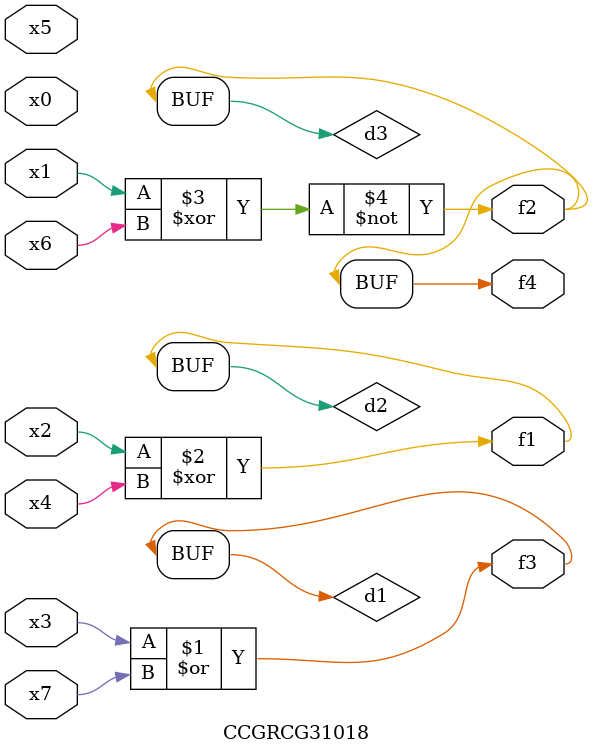
<source format=v>
module CCGRCG31018(
	input x0, x1, x2, x3, x4, x5, x6, x7,
	output f1, f2, f3, f4
);

	wire d1, d2, d3;

	or (d1, x3, x7);
	xor (d2, x2, x4);
	xnor (d3, x1, x6);
	assign f1 = d2;
	assign f2 = d3;
	assign f3 = d1;
	assign f4 = d3;
endmodule

</source>
